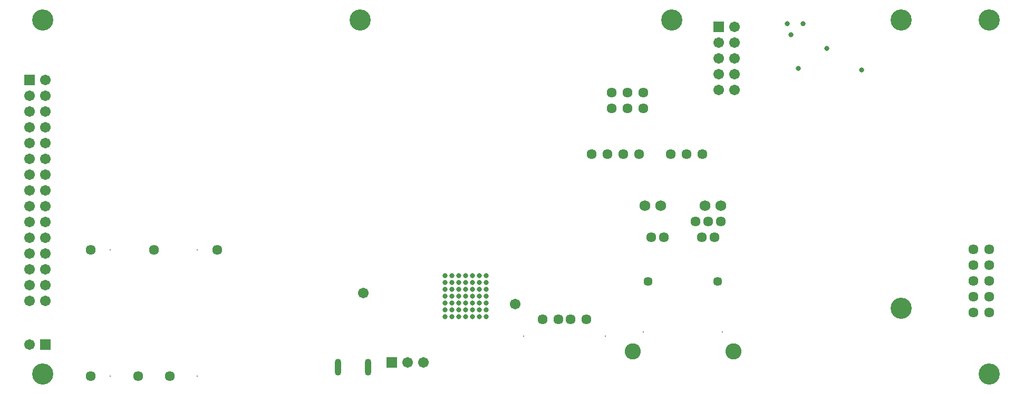
<source format=gbs>
G04 Layer_Color=16711935*
%FSAX25Y25*%
%MOIN*%
G70*
G01*
G75*
%ADD114C,0.06706*%
%ADD123O,0.04147X0.10642*%
%ADD124C,0.06343*%
%ADD125C,0.00800*%
%ADD126R,0.06706X0.06706*%
%ADD127R,0.06706X0.06706*%
%ADD128C,0.05721*%
%ADD129C,0.10249*%
%ADD130C,0.06824*%
%ADD131C,0.13398*%
%ADD132C,0.03162*%
%ADD133C,0.03300*%
D114*
X0899000Y0165500D02*
D03*
X0803000Y0172500D02*
D03*
X0841000Y0128500D02*
D03*
X0831000D02*
D03*
X0592000Y0140000D02*
D03*
X0602000Y0177500D02*
D03*
X0592000D02*
D03*
Y0297500D02*
D03*
Y0287500D02*
D03*
Y0277500D02*
D03*
Y0267500D02*
D03*
Y0257500D02*
D03*
Y0247500D02*
D03*
Y0237500D02*
D03*
Y0227500D02*
D03*
Y0217500D02*
D03*
Y0207500D02*
D03*
Y0197500D02*
D03*
Y0187500D02*
D03*
Y0167500D02*
D03*
X0602000Y0307500D02*
D03*
Y0297500D02*
D03*
Y0287500D02*
D03*
Y0277500D02*
D03*
Y0267500D02*
D03*
Y0257500D02*
D03*
Y0247500D02*
D03*
Y0237500D02*
D03*
Y0227500D02*
D03*
Y0217500D02*
D03*
Y0207500D02*
D03*
Y0197500D02*
D03*
Y0187500D02*
D03*
Y0167500D02*
D03*
X1027500Y0331250D02*
D03*
Y0321250D02*
D03*
Y0311250D02*
D03*
Y0301250D02*
D03*
X1037500Y0341250D02*
D03*
Y0331250D02*
D03*
Y0321250D02*
D03*
Y0311250D02*
D03*
Y0301250D02*
D03*
D123*
X0786953Y0125500D02*
D03*
X0806047D02*
D03*
D124*
X1188500Y0160250D02*
D03*
X1198500Y0200250D02*
D03*
Y0190250D02*
D03*
Y0180250D02*
D03*
Y0170250D02*
D03*
Y0160250D02*
D03*
X1188500Y0170250D02*
D03*
Y0180250D02*
D03*
Y0190250D02*
D03*
Y0200250D02*
D03*
X0926126Y0156000D02*
D03*
X0934000D02*
D03*
X0916284D02*
D03*
X0943843D02*
D03*
X0960000Y0289750D02*
D03*
X0970000D02*
D03*
X0980000D02*
D03*
X0960000Y0299750D02*
D03*
X0970000D02*
D03*
X0980000D02*
D03*
X1024972Y0208032D02*
D03*
X1020976Y0218032D02*
D03*
X1016980Y0208032D02*
D03*
X1012984Y0218032D02*
D03*
X0993004Y0208032D02*
D03*
X0985012D02*
D03*
X1028969Y0218032D02*
D03*
X0710500Y0200000D02*
D03*
X0630500Y0120000D02*
D03*
Y0200000D02*
D03*
X0670500D02*
D03*
X0660500Y0120000D02*
D03*
X0680500D02*
D03*
X1017250Y0260750D02*
D03*
X1007250D02*
D03*
X0997250D02*
D03*
X0977250D02*
D03*
X0967250D02*
D03*
X0957250D02*
D03*
X0947250D02*
D03*
D125*
X0955929Y0145331D02*
D03*
X0904197D02*
D03*
X1029992Y0148031D02*
D03*
X0979992D02*
D03*
X0642980Y0200000D02*
D03*
Y0120000D02*
D03*
X0697980Y0200000D02*
D03*
Y0120000D02*
D03*
D126*
X0821000Y0128500D02*
D03*
X0602000Y0140000D02*
D03*
D127*
X0592000Y0307500D02*
D03*
X1027500Y0341250D02*
D03*
D128*
X0982984Y0180000D02*
D03*
X1027000D02*
D03*
D129*
X1036744Y0135512D02*
D03*
X0973240D02*
D03*
D130*
X1028988Y0228031D02*
D03*
X1018988D02*
D03*
X0990996D02*
D03*
X0980996D02*
D03*
D131*
X0600248Y0121295D02*
D03*
X1198673D02*
D03*
Y0345705D02*
D03*
X0600248D02*
D03*
X1143000Y0163000D02*
D03*
Y0345705D02*
D03*
X0801035Y0345705D02*
D03*
X0997886D02*
D03*
D132*
X0880492Y0183492D02*
D03*
Y0179161D02*
D03*
Y0174831D02*
D03*
Y0170500D02*
D03*
Y0166169D02*
D03*
Y0161839D02*
D03*
Y0157508D02*
D03*
X0876161Y0183492D02*
D03*
Y0179161D02*
D03*
Y0174831D02*
D03*
Y0170500D02*
D03*
Y0166169D02*
D03*
Y0161839D02*
D03*
Y0157508D02*
D03*
X0871831Y0183492D02*
D03*
Y0179161D02*
D03*
Y0174831D02*
D03*
Y0170500D02*
D03*
Y0166169D02*
D03*
Y0161839D02*
D03*
Y0157508D02*
D03*
X0867500Y0183492D02*
D03*
Y0179161D02*
D03*
Y0174831D02*
D03*
Y0170500D02*
D03*
Y0166169D02*
D03*
Y0161839D02*
D03*
Y0157508D02*
D03*
X0863169Y0183492D02*
D03*
Y0179161D02*
D03*
Y0174831D02*
D03*
Y0170500D02*
D03*
Y0166169D02*
D03*
Y0161839D02*
D03*
Y0157508D02*
D03*
X0858839Y0183492D02*
D03*
Y0179161D02*
D03*
Y0174831D02*
D03*
Y0170500D02*
D03*
Y0166169D02*
D03*
Y0161839D02*
D03*
Y0157508D02*
D03*
X0854508Y0183492D02*
D03*
Y0179161D02*
D03*
Y0174831D02*
D03*
Y0170500D02*
D03*
Y0166169D02*
D03*
Y0161839D02*
D03*
Y0157508D02*
D03*
D133*
X1095750Y0327750D02*
D03*
X1118000Y0314000D02*
D03*
X1073250Y0336250D02*
D03*
X1070924Y0343250D02*
D03*
X1078000Y0315000D02*
D03*
X1080924Y0343250D02*
D03*
M02*

</source>
